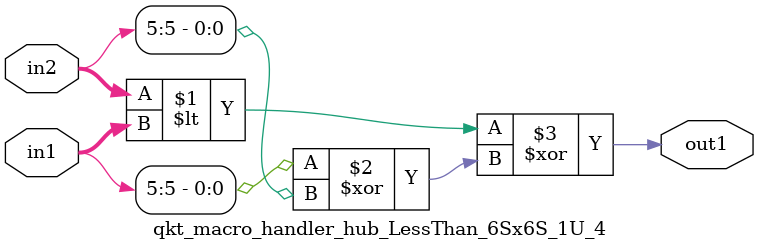
<source format=v>

`timescale 1ps / 1ps


module qkt_macro_handler_hub_LessThan_6Sx6S_1U_4( in2, in1, out1 );

    input [5:0] in2;
    input [5:0] in1;
    output out1;

    
    // rtl_process:qkt_macro_handler_hub_LessThan_6Sx6S_1U_4/qkt_macro_handler_hub_LessThan_6Sx6S_1U_4_thread_1
    assign out1 = (in2 < in1 ^ (in1[5] ^ in2[5]));

endmodule


</source>
